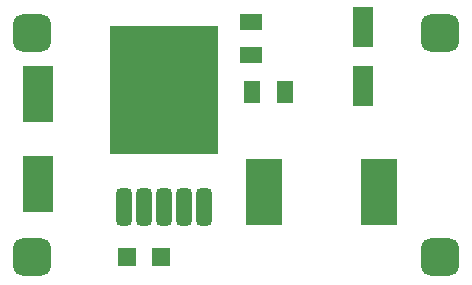
<source format=gts>
G04*
G04 #@! TF.GenerationSoftware,Altium Limited,Altium Designer,21.3.2 (30)*
G04*
G04 Layer_Color=8388736*
%FSLAX25Y25*%
%MOIN*%
G70*
G04*
G04 #@! TF.SameCoordinates,85017F29-9A71-4B45-BEFD-3BEF8A3D19F2*
G04*
G04*
G04 #@! TF.FilePolarity,Negative*
G04*
G01*
G75*
%ADD20R,0.36233X0.42768*%
G04:AMPARAMS|DCode=21|XSize=52.09mil|YSize=126.11mil|CornerRadius=15.02mil|HoleSize=0mil|Usage=FLASHONLY|Rotation=0.000|XOffset=0mil|YOffset=0mil|HoleType=Round|Shape=RoundedRectangle|*
%AMROUNDEDRECTD21*
21,1,0.05209,0.09606,0,0,0.0*
21,1,0.02205,0.12611,0,0,0.0*
1,1,0.03005,0.01102,-0.04803*
1,1,0.03005,-0.01102,-0.04803*
1,1,0.03005,-0.01102,0.04803*
1,1,0.03005,0.01102,0.04803*
%
%ADD21ROUNDEDRECTD21*%
%ADD22R,0.09855X0.18713*%
%ADD23R,0.05918X0.06312*%
%ADD24R,0.12217X0.22060*%
%ADD25R,0.07099X0.13398*%
%ADD26R,0.05524X0.07296*%
%ADD27R,0.07296X0.05524*%
G04:AMPARAMS|DCode=28|XSize=126.11mil|YSize=126.11mil|CornerRadius=33.53mil|HoleSize=0mil|Usage=FLASHONLY|Rotation=0.000|XOffset=0mil|YOffset=0mil|HoleType=Round|Shape=RoundedRectangle|*
%AMROUNDEDRECTD28*
21,1,0.12611,0.05906,0,0,0.0*
21,1,0.05906,0.12611,0,0,0.0*
1,1,0.06706,0.02953,-0.02953*
1,1,0.06706,-0.02953,-0.02953*
1,1,0.06706,-0.02953,0.02953*
1,1,0.06706,0.02953,0.02953*
%
%ADD28ROUNDEDRECTD28*%
D20*
X162075Y471000D02*
D03*
D21*
X175347Y432000D02*
D03*
X168654D02*
D03*
X161961D02*
D03*
X155268D02*
D03*
X148575D02*
D03*
D03*
D22*
X120079Y469685D02*
D03*
Y439764D02*
D03*
D23*
X149803Y415354D02*
D03*
X161221D02*
D03*
D24*
X233661Y437008D02*
D03*
X195472D02*
D03*
D25*
X228346Y472441D02*
D03*
Y492126D02*
D03*
D26*
X191339Y470472D02*
D03*
X202362D02*
D03*
D27*
X190945Y493701D02*
D03*
Y482677D02*
D03*
D28*
X253937Y415354D02*
D03*
X118110D02*
D03*
X253937Y490158D02*
D03*
X118110D02*
D03*
M02*

</source>
